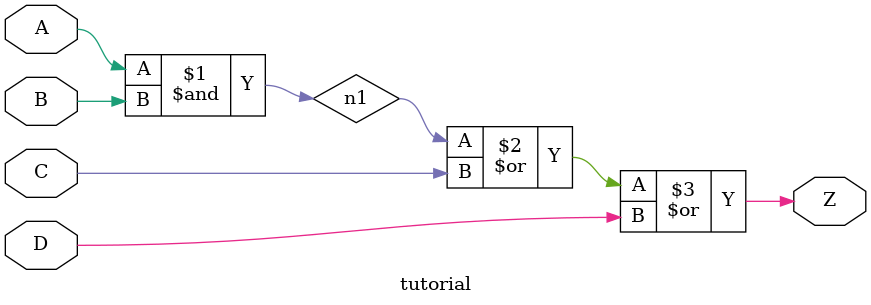
<source format=sv>
module tutorial
( 
input A,B,C,D, 
output Z 
); 
wire n1; 
and(n1, A, B); 
or(Z ,n1, C, D); 
endmodule
</source>
